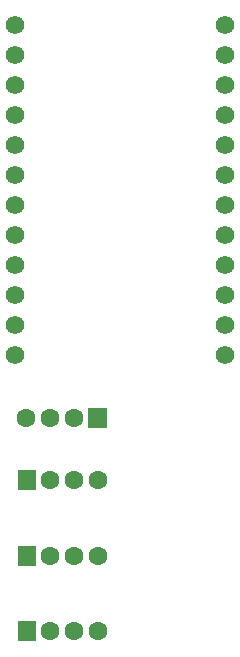
<source format=gbl>
G04 Layer: BottomLayer*
G04 EasyEDA v6.4.5, 2020-09-09T10:55:23+00:00*
G04 8b858644916349d4974128f92eca4aae,b97ca10cbf7f413284ca0e80e24dcd20,10*
G04 Gerber Generator version 0.2*
G04 Scale: 100 percent, Rotated: No, Reflected: No *
G04 Dimensions in inches *
G04 leading zeros omitted , absolute positions ,2 integer and 4 decimal *
%FSLAX24Y24*%
%MOIN*%
G90*
G70D02*

%ADD12C,0.062008*%
%ADD13C,0.062992*%
%ADD14R,0.062992X0.066000*%

%LPD*%
G54D12*
G01X907Y21670D03*
G01X907Y20670D03*
G01X907Y19670D03*
G01X907Y18670D03*
G01X907Y17670D03*
G01X907Y16670D03*
G01X907Y15670D03*
G01X907Y14670D03*
G01X907Y13670D03*
G01X907Y12670D03*
G01X907Y11670D03*
G01X907Y10670D03*
G01X7907Y10670D03*
G01X7907Y11670D03*
G01X7907Y12670D03*
G01X7907Y13670D03*
G01X7907Y14670D03*
G01X7907Y15670D03*
G01X7907Y16670D03*
G01X7907Y17670D03*
G01X7907Y18670D03*
G01X7907Y19670D03*
G01X7907Y20670D03*
G01X7907Y21670D03*
G54D13*
G01X2075Y8559D03*
G01X2861Y8559D03*
G36*
G01X3334Y8888D02*
G01X3964Y8888D01*
G01X3964Y8228D01*
G01X3334Y8228D01*
G01X3334Y8888D01*
G37*
G01X1286Y8559D03*
G01X2875Y6490D03*
G01X2088Y6490D03*
G54D14*
G01X1300Y6491D03*
G54D13*
G01X3663Y6490D03*
G01X2875Y3940D03*
G01X2088Y3940D03*
G54D14*
G01X1300Y3941D03*
G54D13*
G01X3663Y3940D03*
G01X2875Y1440D03*
G01X2088Y1440D03*
G54D14*
G01X1300Y1441D03*
G54D13*
G01X3663Y1440D03*
M00*
M02*

</source>
